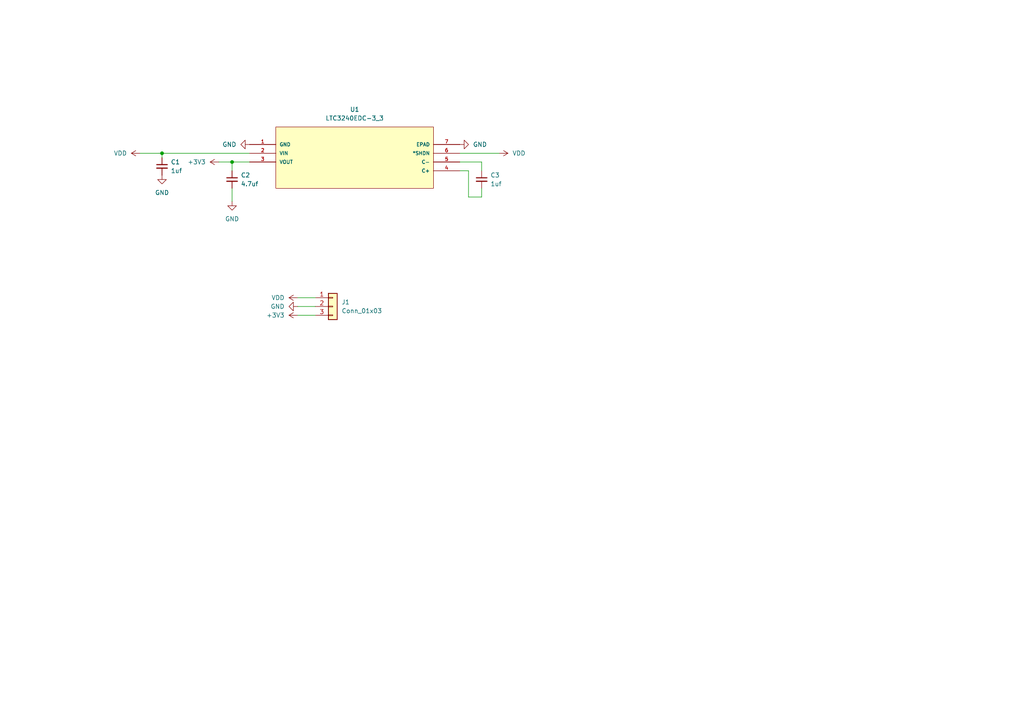
<source format=kicad_sch>
(kicad_sch (version 20230121) (generator eeschema)
  (paper "A4")
  (lib_symbols
    (symbol "Connector_Generic:Conn_01x03" (pin_names (offset 1.016) hide)
      (property "Reference" "J" (at 0 5.08 0))
      (property "Value" "Conn_01x03" (at 0 -5.08 0))
      (symbol "Conn_01x03_1_1"
        (rectangle (start -1.27 -2.413) (end 0 -2.667) (stroke (width 0.1524)))
        (rectangle (start -1.27 0.127) (end 0 -0.127) (stroke (width 0.1524)))
        (rectangle (start -1.27 2.667) (end 0 2.413) (stroke (width 0.1524)))
        (rectangle (start -1.27 3.81) (end 1.27 -3.81) (stroke (width 0.254)) (fill (type background)))
        (pin passive line (at -5.08 2.54 0) (length 3.81) (name "Pin_1") (number "1"))
        (pin passive line (at -5.08 0 0) (length 3.81) (name "Pin_2") (number "2"))
        (pin passive line (at -5.08 -2.54 0) (length 3.81) (name "Pin_3") (number "3"))
      )
    )
    (symbol "Device:C_Small" (pin_numbers hide) (pin_names (offset 0.254) hide)
      (property "Reference" "C" (at 0.254 1.778 0))
      (property "Value" "C_Small" (at 0.254 -2.032 0))
      (symbol "C_Small_0_1"
        (polyline (pts (xy -1.524 -0.508) (xy 1.524 -0.508)) (stroke (width 0.3302)))
        (polyline (pts (xy -1.524 0.508) (xy 1.524 0.508)) (stroke (width 0.3048)))
      )
      (symbol "C_Small_1_1"
        (pin passive line (at 0 2.54 270) (length 2.032) (name "~") (number "1"))
        (pin passive line (at 0 -2.54 90) (length 2.032) (name "~") (number "2"))
      )
    )
    (symbol "LTC3240:LTC3240EDC-3_3" (pin_names (offset 1.016))
      (property "Reference" "U" (at 25.7556 9.1186 0))
      (property "Value" "LTC3240EDC-3_3" (at 25.1206 6.5786 0))
      (symbol "LTC3240EDC-3_3_0_0"
        (rectangle (start 7.62 -12.7) (end 53.34 5.08) (stroke (width 0.1524)) (fill (type background)))
        (pin power_in line (at 0 0 0) (length 7.62) (name "GND") (number "1"))
        (pin input line (at 0 -2.54 0) (length 7.62) (name "VIN") (number "2"))
        (pin output line (at 0 -5.08 0) (length 7.62) (name "VOUT") (number "3"))
        (pin passive line (at 60.96 -7.62 180) (length 7.62) (name "C+") (number "4"))
        (pin passive line (at 60.96 -5.08 180) (length 7.62) (name "C-") (number "5"))
        (pin input line (at 60.96 -2.54 180) (length 7.62) (name "*SHDN") (number "6"))
        (pin passive line (at 60.96 0 180) (length 7.62) (name "EPAD") (number "7"))
      )
    )
    (symbol "power:+3V3" (power) (pin_names (offset 0))
      (property "Value" "+3V3" (at 0 3.556 0))
      (symbol "+3V3_0_1"
        (polyline (pts (xy -0.762 1.27) (xy 0 2.54)))
        (polyline (pts (xy 0 0) (xy 0 2.54)))
        (polyline (pts (xy 0 2.54) (xy 0.762 1.27)))
      )
      (symbol "+3V3_1_1"
        (pin power_in line (at 0 0 90) (length 0) hide (name "+3V3") (number "1"))
      )
    )
    (symbol "power:GND" (power) (pin_names (offset 0))
      (property "Value" "GND" (at 0 -3.81 0))
      (symbol "GND_0_1"
        (polyline (pts (xy 0 0) (xy 0 -1.27) (xy 1.27 -1.27) (xy 0 -2.54) (xy -1.27 -1.27) (xy 0 -1.27)))
      )
      (symbol "GND_1_1"
        (pin power_in line (at 0 0 270) (length 0) hide (name "GND") (number "1"))
      )
    )
    (symbol "power:VDD" (power) (pin_names (offset 0))
      (property "Value" "VDD" (at 0 3.81 0))
      (symbol "VDD_0_1"
        (polyline (pts (xy -0.762 1.27) (xy 0 2.54)))
        (polyline (pts (xy 0 0) (xy 0 2.54)))
        (polyline (pts (xy 0 2.54) (xy 0.762 1.27)))
      )
      (symbol "VDD_1_1"
        (pin power_in line (at 0 0 90) (length 0) hide (name "VDD") (number "1"))
      )
    )
  )
  (junction (at 67.31 46.99))
  (junction (at 46.99 44.45))
  (wire (pts (xy 135.89 57.15) (xy 135.89 49.53)))
  (wire (pts (xy 139.7 46.99) (xy 139.7 49.53)))
  (wire (pts (xy 133.35 44.45) (xy 144.78 44.45)))
  (wire (pts (xy 46.99 44.45) (xy 72.39 44.45)))
  (wire (pts (xy 67.31 46.99) (xy 72.39 46.99)))
  (wire (pts (xy 67.31 46.99) (xy 67.31 49.53)))
  (wire (pts (xy 46.99 44.45) (xy 46.99 45.72)))
  (wire (pts (xy 135.89 49.53) (xy 133.35 49.53)))
  (wire (pts (xy 86.36 88.9) (xy 91.44 88.9)))
  (wire (pts (xy 63.5 46.99) (xy 67.31 46.99)))
  (wire (pts (xy 139.7 57.15) (xy 135.89 57.15)))
  (wire (pts (xy 40.64 44.45) (xy 46.99 44.45)))
  (wire (pts (xy 67.31 54.61) (xy 67.31 58.42)))
  (wire (pts (xy 139.7 54.61) (xy 139.7 57.15)))
  (wire (pts (xy 133.35 46.99) (xy 139.7 46.99)))
  (wire (pts (xy 86.36 86.36) (xy 91.44 86.36)))
  (wire (pts (xy 86.36 91.44) (xy 91.44 91.44)))
  (symbol (lib_id "power:VDD") (at 40.64 44.45 90) (unit 1)
    (property "Reference" "#PWR01" (effects hide))
    (property "Value" "VDD" (at 36.83 44.45 90) (effects (justify left)))
  )
  (symbol (lib_id "LTC3240:LTC3240EDC-3_3") (at 72.39 41.91 0) (unit 1)
    (property "Reference" "U1" (at 102.87 31.75 0))
    (property "Value" "LTC3240EDC-3_3" (at 102.87 34.29 0))
    (property "Footprint" "Package_DFN_QFN:DFN-6-1EP_2x2mm_P0.5mm_EP0.61x1.42mm" (effects hide))
    (property "VENDOR" "Linear Technology" (effects hide))
    (property "MANUFACTURER_PART_NUMBER" "ltc3240edc3.3" (effects hide))
  )
  (symbol (lib_id "power:+3V3") (at 63.5 46.99 90) (unit 1)
    (property "Reference" "#PWR04" (effects hide))
    (property "Value" "+3V3" (at 59.69 46.99 90) (effects (justify left)))
  )
  (symbol (lib_id "power:GND") (at 72.39 41.91 270) (unit 1)
    (property "Reference" "#PWR06" (effects hide))
    (property "Value" "GND" (at 68.58 41.91 90) (effects (justify right)))
  )
  (symbol (lib_id "power:+3V3") (at 86.36 91.44 90) (unit 1)
    (property "Reference" "#PWR010" (effects hide))
    (property "Value" "+3V3" (at 82.55 91.44 90) (effects (justify left)))
  )
  (symbol (lib_id "power:VDD") (at 86.36 86.36 90) (unit 1)
    (property "Reference" "#PWR09" (effects hide))
    (property "Value" "VDD" (at 82.55 86.36 90) (effects (justify left)))
  )
  (symbol (lib_id "power:VDD") (at 144.78 44.45 270) (unit 1)
    (property "Reference" "#PWR02" (effects hide))
    (property "Value" "VDD" (at 148.59 44.45 90) (effects (justify left)))
  )
  (symbol (lib_id "power:GND") (at 46.99 50.8 0) (unit 1)
    (property "Reference" "#PWR03" (effects hide))
    (property "Value" "GND" (at 46.99 55.88 0))
  )
  (symbol (lib_id "Device:C_Small") (at 139.7 52.07 0) (unit 1)
    (property "Reference" "C3" (at 142.24 50.8063 0) (effects (justify left)))
    (property "Value" "1uf" (at 142.24 53.3463 0) (effects (justify left)))
    (property "Footprint" "Capacitor_SMD:C_0603_1608Metric" (effects hide))
  )
  (symbol (lib_id "power:GND") (at 67.31 58.42 0) (unit 1)
    (property "Reference" "#PWR05" (effects hide))
    (property "Value" "GND" (at 67.31 63.5 0))
  )
  (symbol (lib_id "Device:C_Small") (at 67.31 52.07 0) (unit 1)
    (property "Reference" "C2" (at 69.85 50.8063 0) (effects (justify left)))
    (property "Value" "4.7uf" (at 69.85 53.3463 0) (effects (justify left)))
    (property "Footprint" "Capacitor_SMD:C_0603_1608Metric" (effects hide))
  )
  (symbol (lib_id "power:GND") (at 86.36 88.9 270) (unit 1)
    (property "Reference" "#PWR08" (effects hide))
    (property "Value" "GND" (at 82.55 88.9 90) (effects (justify right)))
  )
  (symbol (lib_id "Device:C_Small") (at 46.99 48.26 0) (unit 1)
    (property "Reference" "C1" (at 49.53 46.9963 0) (effects (justify left)))
    (property "Value" "1uf" (at 49.53 49.5363 0) (effects (justify left)))
    (property "Footprint" "Capacitor_SMD:C_0603_1608Metric" (effects hide))
  )
  (symbol (lib_id "power:GND") (at 133.35 41.91 90) (unit 1)
    (property "Reference" "#PWR07" (effects hide))
    (property "Value" "GND" (at 137.16 41.91 90) (effects (justify right)))
  )
  (symbol (lib_id "Connector_Generic:Conn_01x03") (at 96.52 88.9 0) (unit 1)
    (property "Reference" "J1" (at 99.06 87.63 0) (effects (justify left)))
    (property "Value" "Conn_01x03" (at 99.06 90.17 0) (effects (justify left)))
    (property "Footprint" "Connector_PinHeader_2.54mm:PinHeader_1x03_P2.54mm_Vertical" (effects hide))
  )
)
</source>
